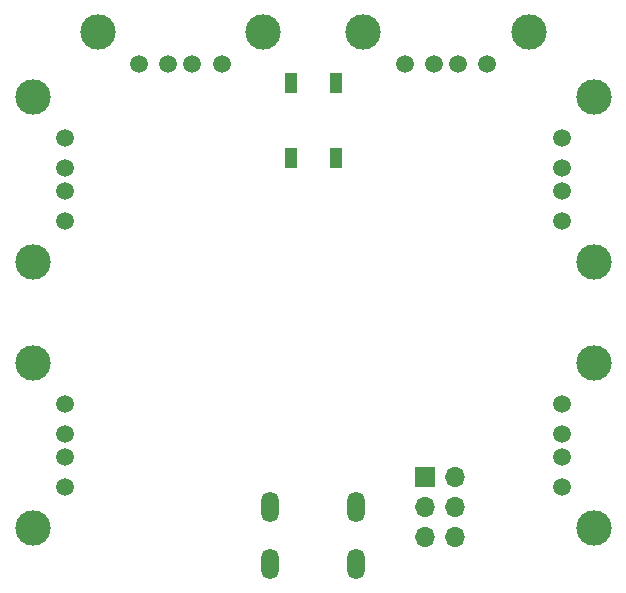
<source format=gbs>
%TF.GenerationSoftware,KiCad,Pcbnew,(5.99.0-7341-g2f3ca60c5e)*%
%TF.CreationDate,2020-12-04T16:43:46+01:00*%
%TF.ProjectId,controller,636f6e74-726f-46c6-9c65-722e6b696361,rev?*%
%TF.SameCoordinates,Original*%
%TF.FileFunction,Soldermask,Bot*%
%TF.FilePolarity,Negative*%
%FSLAX46Y46*%
G04 Gerber Fmt 4.6, Leading zero omitted, Abs format (unit mm)*
G04 Created by KiCad (PCBNEW (5.99.0-7341-g2f3ca60c5e)) date 2020-12-04 16:43:46*
%MOMM*%
%LPD*%
G01*
G04 APERTURE LIST*
%ADD10C,1.500000*%
%ADD11C,3.000000*%
%ADD12R,1.700000X1.700000*%
%ADD13O,1.700000X1.700000*%
%ADD14O,1.500000X2.600000*%
%ADD15R,1.000000X1.700000*%
G04 APERTURE END LIST*
D10*
%TO.C,USB1*%
X-21040000Y-31500000D03*
X-21040000Y-34000000D03*
X-21040000Y-36000000D03*
X-21040000Y-38500000D03*
D11*
X-23750000Y-42000000D03*
X-23750000Y-28000000D03*
%TD*%
D10*
%TO.C,USB2*%
X-21040000Y-9000000D03*
X-21040000Y-11500000D03*
X-21040000Y-13500000D03*
X-21040000Y-16000000D03*
D11*
X-23750000Y-19500000D03*
X-23750000Y-5500000D03*
%TD*%
D10*
%TO.C,USB6*%
X21040000Y-38500000D03*
X21040000Y-36000000D03*
X21040000Y-34000000D03*
X21040000Y-31500000D03*
D11*
X23750000Y-42000000D03*
X23750000Y-28000000D03*
%TD*%
D12*
%TO.C,J2*%
X9480000Y-37710000D03*
D13*
X12020000Y-37710000D03*
X9480000Y-40250000D03*
X12020000Y-40250000D03*
X9480000Y-42790000D03*
X12020000Y-42790000D03*
%TD*%
D10*
%TO.C,USB3*%
X-7750000Y-2710000D03*
X-10250000Y-2710000D03*
X-12250000Y-2710000D03*
X-14750000Y-2710000D03*
D11*
X-18250000Y0D03*
X-4250000Y0D03*
%TD*%
D10*
%TO.C,USB5*%
X21040000Y-16000000D03*
X21040000Y-13500000D03*
X21040000Y-11500000D03*
X21040000Y-9000000D03*
D11*
X23750000Y-5500000D03*
X23750000Y-19500000D03*
%TD*%
D14*
%TO.C,J1*%
X-3650000Y-40200000D03*
X3650000Y-40200000D03*
X-3650000Y-45000000D03*
X3650000Y-45000000D03*
%TD*%
D10*
%TO.C,USB4*%
X14750000Y-2710000D03*
X12250000Y-2710000D03*
X10250000Y-2710000D03*
X7750000Y-2710000D03*
D11*
X4250000Y0D03*
X18250000Y0D03*
%TD*%
D15*
%TO.C,SW1*%
X1900000Y-4350000D03*
X1900000Y-10650000D03*
X-1900000Y-10650000D03*
X-1900000Y-4350000D03*
%TD*%
M02*

</source>
